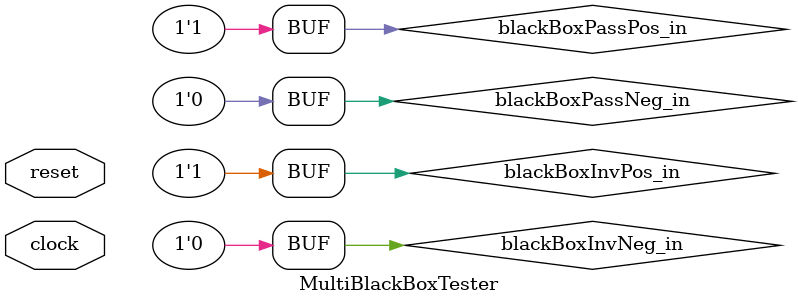
<source format=v>
module MultiBlackBoxTester(
  input   clock,
  input   reset
);
  wire  blackBoxInvPos_in; // @[BlackBox.scala 66:30]
  wire  blackBoxInvPos_out; // @[BlackBox.scala 66:30]
  wire  blackBoxInvNeg_in; // @[BlackBox.scala 67:30]
  wire  blackBoxInvNeg_out; // @[BlackBox.scala 67:30]
  wire  blackBoxPassPos_in; // @[BlackBox.scala 68:31]
  wire  blackBoxPassPos_out; // @[BlackBox.scala 68:31]
  wire  blackBoxPassNeg_in; // @[BlackBox.scala 69:31]
  wire  blackBoxPassNeg_out; // @[BlackBox.scala 69:31]
  wire  _T; // @[BlackBox.scala 76:32]
  wire  _T_2; // @[BlackBox.scala 76:9]
  wire  _T_3; // @[BlackBox.scala 76:9]
  wire  _T_4; // @[BlackBox.scala 77:32]
  wire  _T_6; // @[BlackBox.scala 77:9]
  wire  _T_7; // @[BlackBox.scala 77:9]
  wire  _T_8; // @[BlackBox.scala 78:33]
  wire  _T_10; // @[BlackBox.scala 78:9]
  wire  _T_11; // @[BlackBox.scala 78:9]
  wire  _T_12; // @[BlackBox.scala 79:33]
  wire  _T_14; // @[BlackBox.scala 79:9]
  wire  _T_15; // @[BlackBox.scala 79:9]
  wire  _T_17; // @[BlackBox.scala 80:7]
  BlackBoxInverter blackBoxInvPos ( // @[BlackBox.scala 66:30]
    .in(blackBoxInvPos_in),
    .out(blackBoxInvPos_out)
  );
  BlackBoxInverter blackBoxInvNeg ( // @[BlackBox.scala 67:30]
    .in(blackBoxInvNeg_in),
    .out(blackBoxInvNeg_out)
  );
  BlackBoxPassthrough blackBoxPassPos ( // @[BlackBox.scala 68:31]
    .in(blackBoxPassPos_in),
    .out(blackBoxPassPos_out)
  );
  BlackBoxPassthrough blackBoxPassNeg ( // @[BlackBox.scala 69:31]
    .in(blackBoxPassNeg_in),
    .out(blackBoxPassNeg_out)
  );
  assign _T = blackBoxInvNeg_out; // @[BlackBox.scala 76:32]
  assign _T_2 = _T | reset; // @[BlackBox.scala 76:9]
  assign _T_3 = _T_2 == 1'h0; // @[BlackBox.scala 76:9]
  assign _T_4 = blackBoxInvPos_out == 1'h0; // @[BlackBox.scala 77:32]
  assign _T_6 = _T_4 | reset; // @[BlackBox.scala 77:9]
  assign _T_7 = _T_6 == 1'h0; // @[BlackBox.scala 77:9]
  assign _T_8 = blackBoxPassNeg_out == 1'h0; // @[BlackBox.scala 78:33]
  assign _T_10 = _T_8 | reset; // @[BlackBox.scala 78:9]
  assign _T_11 = _T_10 == 1'h0; // @[BlackBox.scala 78:9]
  assign _T_12 = blackBoxPassPos_out; // @[BlackBox.scala 79:33]
  assign _T_14 = _T_12 | reset; // @[BlackBox.scala 79:9]
  assign _T_15 = _T_14 == 1'h0; // @[BlackBox.scala 79:9]
  assign _T_17 = reset == 1'h0; // @[BlackBox.scala 80:7]
  assign blackBoxInvPos_in = 1'h1; // @[BlackBox.scala 71:24]
  assign blackBoxInvNeg_in = 1'h0; // @[BlackBox.scala 72:24]
  assign blackBoxPassPos_in = 1'h1; // @[BlackBox.scala 73:25]
  assign blackBoxPassNeg_in = 1'h0; // @[BlackBox.scala 74:25]
  always @(posedge clock) begin
    `ifndef SYNTHESIS
    `ifdef PRINTF_COND
      if (`PRINTF_COND) begin
    `endif
        if (_T_3) begin
          $fwrite(32'h80000002,"Assertion failed\n    at BlackBox.scala:76 assert(blackBoxInvNeg.io.out === 1.U)\n"); // @[BlackBox.scala 76:9]
        end
    `ifdef PRINTF_COND
      end
    `endif
    `endif // SYNTHESIS
    `ifndef SYNTHESIS
    `ifdef STOP_COND
      if (`STOP_COND) begin
    `endif
        if (_T_3) begin
          $fatal; // @[BlackBox.scala 76:9]
        end
    `ifdef STOP_COND
      end
    `endif
    `endif // SYNTHESIS
    `ifndef SYNTHESIS
    `ifdef PRINTF_COND
      if (`PRINTF_COND) begin
    `endif
        if (_T_7) begin
          $fwrite(32'h80000002,"Assertion failed\n    at BlackBox.scala:77 assert(blackBoxInvPos.io.out === 0.U)\n"); // @[BlackBox.scala 77:9]
        end
    `ifdef PRINTF_COND
      end
    `endif
    `endif // SYNTHESIS
    `ifndef SYNTHESIS
    `ifdef STOP_COND
      if (`STOP_COND) begin
    `endif
        if (_T_7) begin
          $fatal; // @[BlackBox.scala 77:9]
        end
    `ifdef STOP_COND
      end
    `endif
    `endif // SYNTHESIS
    `ifndef SYNTHESIS
    `ifdef PRINTF_COND
      if (`PRINTF_COND) begin
    `endif
        if (_T_11) begin
          $fwrite(32'h80000002,"Assertion failed\n    at BlackBox.scala:78 assert(blackBoxPassNeg.io.out === 0.U)\n"); // @[BlackBox.scala 78:9]
        end
    `ifdef PRINTF_COND
      end
    `endif
    `endif // SYNTHESIS
    `ifndef SYNTHESIS
    `ifdef STOP_COND
      if (`STOP_COND) begin
    `endif
        if (_T_11) begin
          $fatal; // @[BlackBox.scala 78:9]
        end
    `ifdef STOP_COND
      end
    `endif
    `endif // SYNTHESIS
    `ifndef SYNTHESIS
    `ifdef PRINTF_COND
      if (`PRINTF_COND) begin
    `endif
        if (_T_15) begin
          $fwrite(32'h80000002,"Assertion failed\n    at BlackBox.scala:79 assert(blackBoxPassPos.io.out === 1.U)\n"); // @[BlackBox.scala 79:9]
        end
    `ifdef PRINTF_COND
      end
    `endif
    `endif // SYNTHESIS
    `ifndef SYNTHESIS
    `ifdef STOP_COND
      if (`STOP_COND) begin
    `endif
        if (_T_15) begin
          $fatal; // @[BlackBox.scala 79:9]
        end
    `ifdef STOP_COND
      end
    `endif
    `endif // SYNTHESIS
    `ifndef SYNTHESIS
    `ifdef STOP_COND
      if (`STOP_COND) begin
    `endif
        if (_T_17) begin
          $finish; // @[BlackBox.scala 80:7]
        end
    `ifdef STOP_COND
      end
    `endif
    `endif // SYNTHESIS
  end
endmodule

</source>
